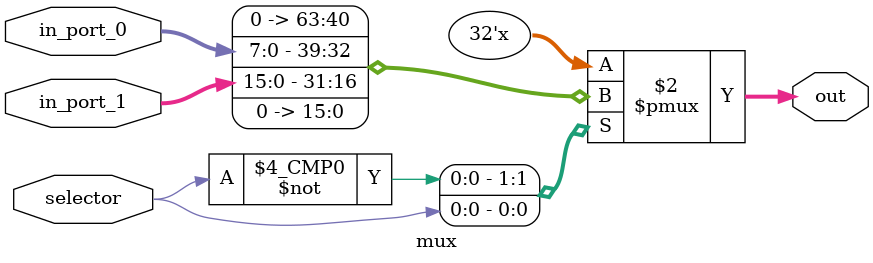
<source format=v>
`timescale 1ns / 1ps


module mux(
  input [7:0] in_port_0,
  input [15:0] in_port_1,

  input selector,
  output reg [31:0] out
  
);

  always @( selector ) begin
    case ( selector )
      1'd0: out <= {24'd0,     in_port_0};
      1'd1: out <= {in_port_1, 16'd0};
    endcase
  end
  
  
endmodule
</source>
